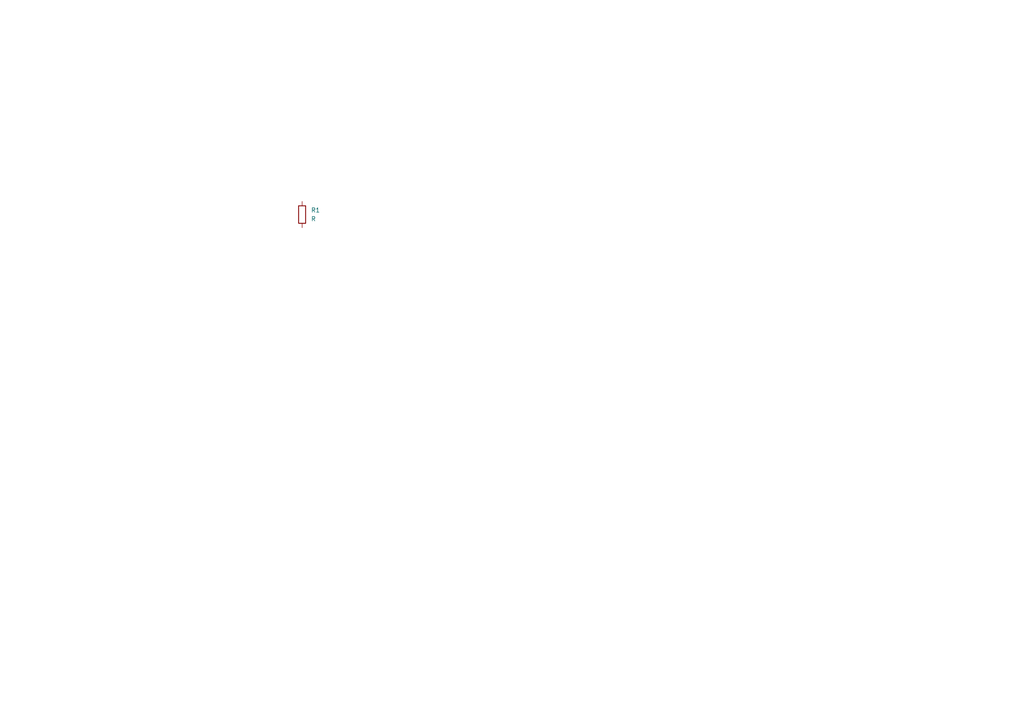
<source format=kicad_sch>
(kicad_sch (version 20250114) (generator "eeschema") (generator_version "9.0")
  (paper "A4")
  (lib_symbols
    (symbol "Device:R" (pin_numbers (hide yes)) (pin_names (offset 0))
      (property "Reference" "R" (at 2.032 0 90))
      (property "Value" "R" (at 0 0 90))
      (symbol "R_0_1"
        (rectangle (start -1.016 -2.54) (end 1.016 2.54) (stroke (width 0.254)))
      )
      (symbol "R_1_1"
        (pin passive line (at 0 3.81 270) (length 1.27) (name "~") (number "1"))
        (pin passive line (at 0 -3.81 90) (length 1.27) (name "~") (number "2"))
      )
    )
  )
  (symbol (lib_id "Device:R") (at 87.63 62.23 0) (unit 1)
    (property "Reference" "R1" (at 90.17 60.96 0) (effects (justify left)))
    (property "Value" "R" (at 90.17 63.5 0) (effects (justify left)))
    (property "Footprint" "Resistor_SMD:R_0805_2012Metric" (effects (hide yes)))
    (property "v1:Footprint" "Diode_SMD:D_0805_2012Metric" (effects (hide yes)))
  )
)
</source>
